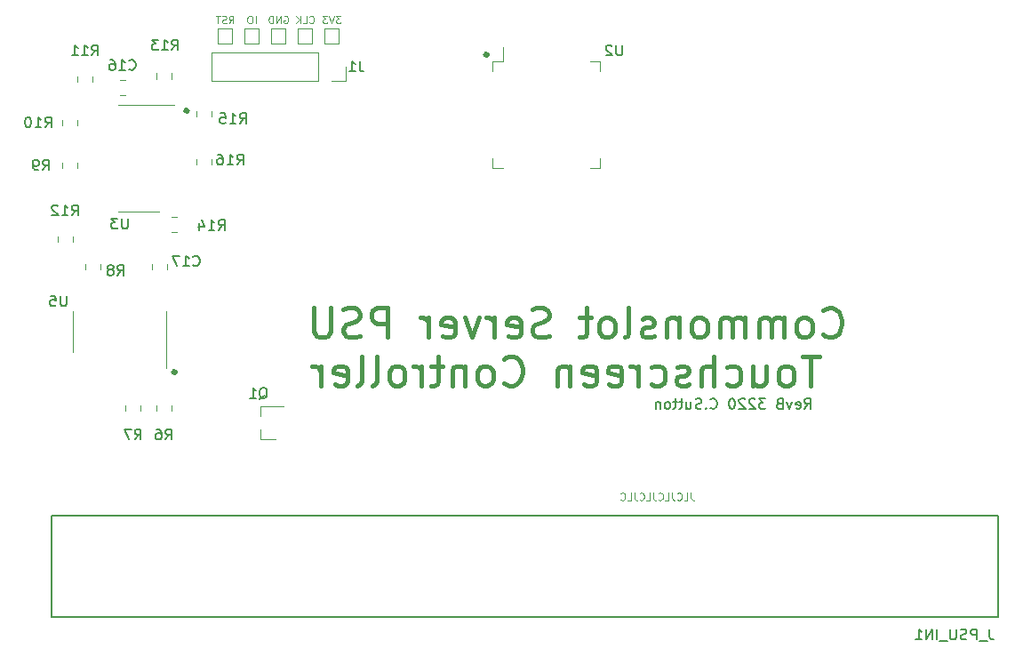
<source format=gbr>
G04 #@! TF.GenerationSoftware,KiCad,Pcbnew,5.1.6-c6e7f7d~87~ubuntu18.04.1*
G04 #@! TF.CreationDate,2020-08-09T22:57:09+01:00*
G04 #@! TF.ProjectId,ServerPSU_Breakout,53657276-6572-4505-9355-5f427265616b,B*
G04 #@! TF.SameCoordinates,Original*
G04 #@! TF.FileFunction,Legend,Bot*
G04 #@! TF.FilePolarity,Positive*
%FSLAX46Y46*%
G04 Gerber Fmt 4.6, Leading zero omitted, Abs format (unit mm)*
G04 Created by KiCad (PCBNEW 5.1.6-c6e7f7d~87~ubuntu18.04.1) date 2020-08-09 22:57:09*
%MOMM*%
%LPD*%
G01*
G04 APERTURE LIST*
%ADD10C,0.400000*%
%ADD11C,0.100000*%
%ADD12C,0.200000*%
%ADD13C,0.120000*%
%ADD14C,0.150000*%
G04 APERTURE END LIST*
D10*
X128524000Y-98806000D02*
G75*
G03*
X128524000Y-98806000I-127000J0D01*
G01*
D11*
X133606333Y-65594666D02*
X133839666Y-65261333D01*
X134006333Y-65594666D02*
X134006333Y-64894666D01*
X133739666Y-64894666D01*
X133673000Y-64928000D01*
X133639666Y-64961333D01*
X133606333Y-65028000D01*
X133606333Y-65128000D01*
X133639666Y-65194666D01*
X133673000Y-65228000D01*
X133739666Y-65261333D01*
X134006333Y-65261333D01*
X133339666Y-65561333D02*
X133239666Y-65594666D01*
X133073000Y-65594666D01*
X133006333Y-65561333D01*
X132973000Y-65528000D01*
X132939666Y-65461333D01*
X132939666Y-65394666D01*
X132973000Y-65328000D01*
X133006333Y-65294666D01*
X133073000Y-65261333D01*
X133206333Y-65228000D01*
X133273000Y-65194666D01*
X133306333Y-65161333D01*
X133339666Y-65094666D01*
X133339666Y-65028000D01*
X133306333Y-64961333D01*
X133273000Y-64928000D01*
X133206333Y-64894666D01*
X133039666Y-64894666D01*
X132939666Y-64928000D01*
X132739666Y-64894666D02*
X132339666Y-64894666D01*
X132539666Y-65594666D02*
X132539666Y-64894666D01*
X136129666Y-65594666D02*
X136129666Y-64894666D01*
X135663000Y-64894666D02*
X135529666Y-64894666D01*
X135463000Y-64928000D01*
X135396333Y-64994666D01*
X135363000Y-65128000D01*
X135363000Y-65361333D01*
X135396333Y-65494666D01*
X135463000Y-65561333D01*
X135529666Y-65594666D01*
X135663000Y-65594666D01*
X135729666Y-65561333D01*
X135796333Y-65494666D01*
X135829666Y-65361333D01*
X135829666Y-65128000D01*
X135796333Y-64994666D01*
X135729666Y-64928000D01*
X135663000Y-64894666D01*
X138836333Y-64928000D02*
X138903000Y-64894666D01*
X139003000Y-64894666D01*
X139103000Y-64928000D01*
X139169666Y-64994666D01*
X139203000Y-65061333D01*
X139236333Y-65194666D01*
X139236333Y-65294666D01*
X139203000Y-65428000D01*
X139169666Y-65494666D01*
X139103000Y-65561333D01*
X139003000Y-65594666D01*
X138936333Y-65594666D01*
X138836333Y-65561333D01*
X138803000Y-65528000D01*
X138803000Y-65294666D01*
X138936333Y-65294666D01*
X138503000Y-65594666D02*
X138503000Y-64894666D01*
X138103000Y-65594666D01*
X138103000Y-64894666D01*
X137769666Y-65594666D02*
X137769666Y-64894666D01*
X137603000Y-64894666D01*
X137503000Y-64928000D01*
X137436333Y-64994666D01*
X137403000Y-65061333D01*
X137369666Y-65194666D01*
X137369666Y-65294666D01*
X137403000Y-65428000D01*
X137436333Y-65494666D01*
X137503000Y-65561333D01*
X137603000Y-65594666D01*
X137769666Y-65594666D01*
X141259666Y-65528000D02*
X141293000Y-65561333D01*
X141393000Y-65594666D01*
X141459666Y-65594666D01*
X141559666Y-65561333D01*
X141626333Y-65494666D01*
X141659666Y-65428000D01*
X141693000Y-65294666D01*
X141693000Y-65194666D01*
X141659666Y-65061333D01*
X141626333Y-64994666D01*
X141559666Y-64928000D01*
X141459666Y-64894666D01*
X141393000Y-64894666D01*
X141293000Y-64928000D01*
X141259666Y-64961333D01*
X140626333Y-65594666D02*
X140959666Y-65594666D01*
X140959666Y-64894666D01*
X140393000Y-65594666D02*
X140393000Y-64894666D01*
X139993000Y-65594666D02*
X140293000Y-65194666D01*
X139993000Y-64894666D02*
X140393000Y-65294666D01*
X144249666Y-64894666D02*
X143816333Y-64894666D01*
X144049666Y-65161333D01*
X143949666Y-65161333D01*
X143883000Y-65194666D01*
X143849666Y-65228000D01*
X143816333Y-65294666D01*
X143816333Y-65461333D01*
X143849666Y-65528000D01*
X143883000Y-65561333D01*
X143949666Y-65594666D01*
X144149666Y-65594666D01*
X144216333Y-65561333D01*
X144249666Y-65528000D01*
X143616333Y-64894666D02*
X143383000Y-65594666D01*
X143149666Y-64894666D01*
X142983000Y-64894666D02*
X142549666Y-64894666D01*
X142783000Y-65161333D01*
X142683000Y-65161333D01*
X142616333Y-65194666D01*
X142583000Y-65228000D01*
X142549666Y-65294666D01*
X142549666Y-65461333D01*
X142583000Y-65528000D01*
X142616333Y-65561333D01*
X142683000Y-65594666D01*
X142883000Y-65594666D01*
X142949666Y-65561333D01*
X142983000Y-65528000D01*
D10*
X129667000Y-73914000D02*
G75*
G03*
X129667000Y-73914000I-127000J0D01*
G01*
X158242000Y-68580000D02*
G75*
G03*
X158242000Y-68580000I-127000J0D01*
G01*
D11*
X177604333Y-110297166D02*
X177604333Y-110797166D01*
X177637666Y-110897166D01*
X177704333Y-110963833D01*
X177804333Y-110997166D01*
X177871000Y-110997166D01*
X176937666Y-110997166D02*
X177271000Y-110997166D01*
X177271000Y-110297166D01*
X176304333Y-110930500D02*
X176337666Y-110963833D01*
X176437666Y-110997166D01*
X176504333Y-110997166D01*
X176604333Y-110963833D01*
X176671000Y-110897166D01*
X176704333Y-110830500D01*
X176737666Y-110697166D01*
X176737666Y-110597166D01*
X176704333Y-110463833D01*
X176671000Y-110397166D01*
X176604333Y-110330500D01*
X176504333Y-110297166D01*
X176437666Y-110297166D01*
X176337666Y-110330500D01*
X176304333Y-110363833D01*
X175804333Y-110297166D02*
X175804333Y-110797166D01*
X175837666Y-110897166D01*
X175904333Y-110963833D01*
X176004333Y-110997166D01*
X176071000Y-110997166D01*
X175137666Y-110997166D02*
X175471000Y-110997166D01*
X175471000Y-110297166D01*
X174504333Y-110930500D02*
X174537666Y-110963833D01*
X174637666Y-110997166D01*
X174704333Y-110997166D01*
X174804333Y-110963833D01*
X174871000Y-110897166D01*
X174904333Y-110830500D01*
X174937666Y-110697166D01*
X174937666Y-110597166D01*
X174904333Y-110463833D01*
X174871000Y-110397166D01*
X174804333Y-110330500D01*
X174704333Y-110297166D01*
X174637666Y-110297166D01*
X174537666Y-110330500D01*
X174504333Y-110363833D01*
X174004333Y-110297166D02*
X174004333Y-110797166D01*
X174037666Y-110897166D01*
X174104333Y-110963833D01*
X174204333Y-110997166D01*
X174271000Y-110997166D01*
X173337666Y-110997166D02*
X173671000Y-110997166D01*
X173671000Y-110297166D01*
X172704333Y-110930500D02*
X172737666Y-110963833D01*
X172837666Y-110997166D01*
X172904333Y-110997166D01*
X173004333Y-110963833D01*
X173071000Y-110897166D01*
X173104333Y-110830500D01*
X173137666Y-110697166D01*
X173137666Y-110597166D01*
X173104333Y-110463833D01*
X173071000Y-110397166D01*
X173004333Y-110330500D01*
X172904333Y-110297166D01*
X172837666Y-110297166D01*
X172737666Y-110330500D01*
X172704333Y-110363833D01*
X172204333Y-110297166D02*
X172204333Y-110797166D01*
X172237666Y-110897166D01*
X172304333Y-110963833D01*
X172404333Y-110997166D01*
X172471000Y-110997166D01*
X171537666Y-110997166D02*
X171871000Y-110997166D01*
X171871000Y-110297166D01*
X170904333Y-110930500D02*
X170937666Y-110963833D01*
X171037666Y-110997166D01*
X171104333Y-110997166D01*
X171204333Y-110963833D01*
X171271000Y-110897166D01*
X171304333Y-110830500D01*
X171337666Y-110697166D01*
X171337666Y-110597166D01*
X171304333Y-110463833D01*
X171271000Y-110397166D01*
X171204333Y-110330500D01*
X171104333Y-110297166D01*
X171037666Y-110297166D01*
X170937666Y-110330500D01*
X170904333Y-110363833D01*
D12*
X188419523Y-102306380D02*
X188752857Y-101830190D01*
X188990952Y-102306380D02*
X188990952Y-101306380D01*
X188610000Y-101306380D01*
X188514761Y-101354000D01*
X188467142Y-101401619D01*
X188419523Y-101496857D01*
X188419523Y-101639714D01*
X188467142Y-101734952D01*
X188514761Y-101782571D01*
X188610000Y-101830190D01*
X188990952Y-101830190D01*
X187610000Y-102258761D02*
X187705238Y-102306380D01*
X187895714Y-102306380D01*
X187990952Y-102258761D01*
X188038571Y-102163523D01*
X188038571Y-101782571D01*
X187990952Y-101687333D01*
X187895714Y-101639714D01*
X187705238Y-101639714D01*
X187610000Y-101687333D01*
X187562380Y-101782571D01*
X187562380Y-101877809D01*
X188038571Y-101973047D01*
X187229047Y-101639714D02*
X186990952Y-102306380D01*
X186752857Y-101639714D01*
X186038571Y-101782571D02*
X185895714Y-101830190D01*
X185848095Y-101877809D01*
X185800476Y-101973047D01*
X185800476Y-102115904D01*
X185848095Y-102211142D01*
X185895714Y-102258761D01*
X185990952Y-102306380D01*
X186371904Y-102306380D01*
X186371904Y-101306380D01*
X186038571Y-101306380D01*
X185943333Y-101354000D01*
X185895714Y-101401619D01*
X185848095Y-101496857D01*
X185848095Y-101592095D01*
X185895714Y-101687333D01*
X185943333Y-101734952D01*
X186038571Y-101782571D01*
X186371904Y-101782571D01*
X184705238Y-101306380D02*
X184086190Y-101306380D01*
X184419523Y-101687333D01*
X184276666Y-101687333D01*
X184181428Y-101734952D01*
X184133809Y-101782571D01*
X184086190Y-101877809D01*
X184086190Y-102115904D01*
X184133809Y-102211142D01*
X184181428Y-102258761D01*
X184276666Y-102306380D01*
X184562380Y-102306380D01*
X184657619Y-102258761D01*
X184705238Y-102211142D01*
X183705238Y-101401619D02*
X183657619Y-101354000D01*
X183562380Y-101306380D01*
X183324285Y-101306380D01*
X183229047Y-101354000D01*
X183181428Y-101401619D01*
X183133809Y-101496857D01*
X183133809Y-101592095D01*
X183181428Y-101734952D01*
X183752857Y-102306380D01*
X183133809Y-102306380D01*
X182752857Y-101401619D02*
X182705238Y-101354000D01*
X182610000Y-101306380D01*
X182371904Y-101306380D01*
X182276666Y-101354000D01*
X182229047Y-101401619D01*
X182181428Y-101496857D01*
X182181428Y-101592095D01*
X182229047Y-101734952D01*
X182800476Y-102306380D01*
X182181428Y-102306380D01*
X181562380Y-101306380D02*
X181467142Y-101306380D01*
X181371904Y-101354000D01*
X181324285Y-101401619D01*
X181276666Y-101496857D01*
X181229047Y-101687333D01*
X181229047Y-101925428D01*
X181276666Y-102115904D01*
X181324285Y-102211142D01*
X181371904Y-102258761D01*
X181467142Y-102306380D01*
X181562380Y-102306380D01*
X181657619Y-102258761D01*
X181705238Y-102211142D01*
X181752857Y-102115904D01*
X181800476Y-101925428D01*
X181800476Y-101687333D01*
X181752857Y-101496857D01*
X181705238Y-101401619D01*
X181657619Y-101354000D01*
X181562380Y-101306380D01*
X179467142Y-102211142D02*
X179514761Y-102258761D01*
X179657619Y-102306380D01*
X179752857Y-102306380D01*
X179895714Y-102258761D01*
X179990952Y-102163523D01*
X180038571Y-102068285D01*
X180086190Y-101877809D01*
X180086190Y-101734952D01*
X180038571Y-101544476D01*
X179990952Y-101449238D01*
X179895714Y-101354000D01*
X179752857Y-101306380D01*
X179657619Y-101306380D01*
X179514761Y-101354000D01*
X179467142Y-101401619D01*
X179038571Y-102211142D02*
X178990952Y-102258761D01*
X179038571Y-102306380D01*
X179086190Y-102258761D01*
X179038571Y-102211142D01*
X179038571Y-102306380D01*
X178610000Y-102258761D02*
X178467142Y-102306380D01*
X178229047Y-102306380D01*
X178133809Y-102258761D01*
X178086190Y-102211142D01*
X178038571Y-102115904D01*
X178038571Y-102020666D01*
X178086190Y-101925428D01*
X178133809Y-101877809D01*
X178229047Y-101830190D01*
X178419523Y-101782571D01*
X178514761Y-101734952D01*
X178562380Y-101687333D01*
X178610000Y-101592095D01*
X178610000Y-101496857D01*
X178562380Y-101401619D01*
X178514761Y-101354000D01*
X178419523Y-101306380D01*
X178181428Y-101306380D01*
X178038571Y-101354000D01*
X177181428Y-101639714D02*
X177181428Y-102306380D01*
X177610000Y-101639714D02*
X177610000Y-102163523D01*
X177562380Y-102258761D01*
X177467142Y-102306380D01*
X177324285Y-102306380D01*
X177229047Y-102258761D01*
X177181428Y-102211142D01*
X176848095Y-101639714D02*
X176467142Y-101639714D01*
X176705238Y-101306380D02*
X176705238Y-102163523D01*
X176657619Y-102258761D01*
X176562380Y-102306380D01*
X176467142Y-102306380D01*
X176276666Y-101639714D02*
X175895714Y-101639714D01*
X176133809Y-101306380D02*
X176133809Y-102163523D01*
X176086190Y-102258761D01*
X175990952Y-102306380D01*
X175895714Y-102306380D01*
X175419523Y-102306380D02*
X175514761Y-102258761D01*
X175562380Y-102211142D01*
X175610000Y-102115904D01*
X175610000Y-101830190D01*
X175562380Y-101734952D01*
X175514761Y-101687333D01*
X175419523Y-101639714D01*
X175276666Y-101639714D01*
X175181428Y-101687333D01*
X175133809Y-101734952D01*
X175086190Y-101830190D01*
X175086190Y-102115904D01*
X175133809Y-102211142D01*
X175181428Y-102258761D01*
X175276666Y-102306380D01*
X175419523Y-102306380D01*
X174657619Y-101639714D02*
X174657619Y-102306380D01*
X174657619Y-101734952D02*
X174610000Y-101687333D01*
X174514761Y-101639714D01*
X174371904Y-101639714D01*
X174276666Y-101687333D01*
X174229047Y-101782571D01*
X174229047Y-102306380D01*
D10*
X190204833Y-95220000D02*
X190338166Y-95353333D01*
X190738166Y-95486666D01*
X191004833Y-95486666D01*
X191404833Y-95353333D01*
X191671500Y-95086666D01*
X191804833Y-94820000D01*
X191938166Y-94286666D01*
X191938166Y-93886666D01*
X191804833Y-93353333D01*
X191671500Y-93086666D01*
X191404833Y-92820000D01*
X191004833Y-92686666D01*
X190738166Y-92686666D01*
X190338166Y-92820000D01*
X190204833Y-92953333D01*
X188604833Y-95486666D02*
X188871500Y-95353333D01*
X189004833Y-95220000D01*
X189138166Y-94953333D01*
X189138166Y-94153333D01*
X189004833Y-93886666D01*
X188871500Y-93753333D01*
X188604833Y-93620000D01*
X188204833Y-93620000D01*
X187938166Y-93753333D01*
X187804833Y-93886666D01*
X187671500Y-94153333D01*
X187671500Y-94953333D01*
X187804833Y-95220000D01*
X187938166Y-95353333D01*
X188204833Y-95486666D01*
X188604833Y-95486666D01*
X186471500Y-95486666D02*
X186471500Y-93620000D01*
X186471500Y-93886666D02*
X186338166Y-93753333D01*
X186071500Y-93620000D01*
X185671500Y-93620000D01*
X185404833Y-93753333D01*
X185271500Y-94020000D01*
X185271500Y-95486666D01*
X185271500Y-94020000D02*
X185138166Y-93753333D01*
X184871500Y-93620000D01*
X184471500Y-93620000D01*
X184204833Y-93753333D01*
X184071500Y-94020000D01*
X184071500Y-95486666D01*
X182738166Y-95486666D02*
X182738166Y-93620000D01*
X182738166Y-93886666D02*
X182604833Y-93753333D01*
X182338166Y-93620000D01*
X181938166Y-93620000D01*
X181671500Y-93753333D01*
X181538166Y-94020000D01*
X181538166Y-95486666D01*
X181538166Y-94020000D02*
X181404833Y-93753333D01*
X181138166Y-93620000D01*
X180738166Y-93620000D01*
X180471500Y-93753333D01*
X180338166Y-94020000D01*
X180338166Y-95486666D01*
X178604833Y-95486666D02*
X178871500Y-95353333D01*
X179004833Y-95220000D01*
X179138166Y-94953333D01*
X179138166Y-94153333D01*
X179004833Y-93886666D01*
X178871500Y-93753333D01*
X178604833Y-93620000D01*
X178204833Y-93620000D01*
X177938166Y-93753333D01*
X177804833Y-93886666D01*
X177671500Y-94153333D01*
X177671500Y-94953333D01*
X177804833Y-95220000D01*
X177938166Y-95353333D01*
X178204833Y-95486666D01*
X178604833Y-95486666D01*
X176471500Y-93620000D02*
X176471500Y-95486666D01*
X176471500Y-93886666D02*
X176338166Y-93753333D01*
X176071500Y-93620000D01*
X175671500Y-93620000D01*
X175404833Y-93753333D01*
X175271500Y-94020000D01*
X175271500Y-95486666D01*
X174071500Y-95353333D02*
X173804833Y-95486666D01*
X173271500Y-95486666D01*
X173004833Y-95353333D01*
X172871500Y-95086666D01*
X172871500Y-94953333D01*
X173004833Y-94686666D01*
X173271500Y-94553333D01*
X173671500Y-94553333D01*
X173938166Y-94420000D01*
X174071500Y-94153333D01*
X174071500Y-94020000D01*
X173938166Y-93753333D01*
X173671500Y-93620000D01*
X173271500Y-93620000D01*
X173004833Y-93753333D01*
X171271500Y-95486666D02*
X171538166Y-95353333D01*
X171671500Y-95086666D01*
X171671500Y-92686666D01*
X169804833Y-95486666D02*
X170071500Y-95353333D01*
X170204833Y-95220000D01*
X170338166Y-94953333D01*
X170338166Y-94153333D01*
X170204833Y-93886666D01*
X170071500Y-93753333D01*
X169804833Y-93620000D01*
X169404833Y-93620000D01*
X169138166Y-93753333D01*
X169004833Y-93886666D01*
X168871500Y-94153333D01*
X168871500Y-94953333D01*
X169004833Y-95220000D01*
X169138166Y-95353333D01*
X169404833Y-95486666D01*
X169804833Y-95486666D01*
X168071500Y-93620000D02*
X167004833Y-93620000D01*
X167671500Y-92686666D02*
X167671500Y-95086666D01*
X167538166Y-95353333D01*
X167271500Y-95486666D01*
X167004833Y-95486666D01*
X164071500Y-95353333D02*
X163671500Y-95486666D01*
X163004833Y-95486666D01*
X162738166Y-95353333D01*
X162604833Y-95220000D01*
X162471500Y-94953333D01*
X162471500Y-94686666D01*
X162604833Y-94420000D01*
X162738166Y-94286666D01*
X163004833Y-94153333D01*
X163538166Y-94020000D01*
X163804833Y-93886666D01*
X163938166Y-93753333D01*
X164071500Y-93486666D01*
X164071500Y-93220000D01*
X163938166Y-92953333D01*
X163804833Y-92820000D01*
X163538166Y-92686666D01*
X162871500Y-92686666D01*
X162471500Y-92820000D01*
X160204833Y-95353333D02*
X160471500Y-95486666D01*
X161004833Y-95486666D01*
X161271500Y-95353333D01*
X161404833Y-95086666D01*
X161404833Y-94020000D01*
X161271500Y-93753333D01*
X161004833Y-93620000D01*
X160471500Y-93620000D01*
X160204833Y-93753333D01*
X160071500Y-94020000D01*
X160071500Y-94286666D01*
X161404833Y-94553333D01*
X158871500Y-95486666D02*
X158871500Y-93620000D01*
X158871500Y-94153333D02*
X158738166Y-93886666D01*
X158604833Y-93753333D01*
X158338166Y-93620000D01*
X158071500Y-93620000D01*
X157404833Y-93620000D02*
X156738166Y-95486666D01*
X156071500Y-93620000D01*
X153938166Y-95353333D02*
X154204833Y-95486666D01*
X154738166Y-95486666D01*
X155004833Y-95353333D01*
X155138166Y-95086666D01*
X155138166Y-94020000D01*
X155004833Y-93753333D01*
X154738166Y-93620000D01*
X154204833Y-93620000D01*
X153938166Y-93753333D01*
X153804833Y-94020000D01*
X153804833Y-94286666D01*
X155138166Y-94553333D01*
X152604833Y-95486666D02*
X152604833Y-93620000D01*
X152604833Y-94153333D02*
X152471500Y-93886666D01*
X152338166Y-93753333D01*
X152071500Y-93620000D01*
X151804833Y-93620000D01*
X148738166Y-95486666D02*
X148738166Y-92686666D01*
X147671500Y-92686666D01*
X147404833Y-92820000D01*
X147271500Y-92953333D01*
X147138166Y-93220000D01*
X147138166Y-93620000D01*
X147271500Y-93886666D01*
X147404833Y-94020000D01*
X147671500Y-94153333D01*
X148738166Y-94153333D01*
X146071500Y-95353333D02*
X145671500Y-95486666D01*
X145004833Y-95486666D01*
X144738166Y-95353333D01*
X144604833Y-95220000D01*
X144471500Y-94953333D01*
X144471500Y-94686666D01*
X144604833Y-94420000D01*
X144738166Y-94286666D01*
X145004833Y-94153333D01*
X145538166Y-94020000D01*
X145804833Y-93886666D01*
X145938166Y-93753333D01*
X146071500Y-93486666D01*
X146071500Y-93220000D01*
X145938166Y-92953333D01*
X145804833Y-92820000D01*
X145538166Y-92686666D01*
X144871500Y-92686666D01*
X144471500Y-92820000D01*
X143271500Y-92686666D02*
X143271500Y-94953333D01*
X143138166Y-95220000D01*
X143004833Y-95353333D01*
X142738166Y-95486666D01*
X142204833Y-95486666D01*
X141938166Y-95353333D01*
X141804833Y-95220000D01*
X141671500Y-94953333D01*
X141671500Y-92686666D01*
X189804833Y-97286666D02*
X188204833Y-97286666D01*
X189004833Y-100086666D02*
X189004833Y-97286666D01*
X186871500Y-100086666D02*
X187138166Y-99953333D01*
X187271500Y-99820000D01*
X187404833Y-99553333D01*
X187404833Y-98753333D01*
X187271500Y-98486666D01*
X187138166Y-98353333D01*
X186871500Y-98220000D01*
X186471500Y-98220000D01*
X186204833Y-98353333D01*
X186071500Y-98486666D01*
X185938166Y-98753333D01*
X185938166Y-99553333D01*
X186071500Y-99820000D01*
X186204833Y-99953333D01*
X186471500Y-100086666D01*
X186871500Y-100086666D01*
X183538166Y-98220000D02*
X183538166Y-100086666D01*
X184738166Y-98220000D02*
X184738166Y-99686666D01*
X184604833Y-99953333D01*
X184338166Y-100086666D01*
X183938166Y-100086666D01*
X183671500Y-99953333D01*
X183538166Y-99820000D01*
X181004833Y-99953333D02*
X181271500Y-100086666D01*
X181804833Y-100086666D01*
X182071500Y-99953333D01*
X182204833Y-99820000D01*
X182338166Y-99553333D01*
X182338166Y-98753333D01*
X182204833Y-98486666D01*
X182071500Y-98353333D01*
X181804833Y-98220000D01*
X181271500Y-98220000D01*
X181004833Y-98353333D01*
X179804833Y-100086666D02*
X179804833Y-97286666D01*
X178604833Y-100086666D02*
X178604833Y-98620000D01*
X178738166Y-98353333D01*
X179004833Y-98220000D01*
X179404833Y-98220000D01*
X179671500Y-98353333D01*
X179804833Y-98486666D01*
X177404833Y-99953333D02*
X177138166Y-100086666D01*
X176604833Y-100086666D01*
X176338166Y-99953333D01*
X176204833Y-99686666D01*
X176204833Y-99553333D01*
X176338166Y-99286666D01*
X176604833Y-99153333D01*
X177004833Y-99153333D01*
X177271500Y-99020000D01*
X177404833Y-98753333D01*
X177404833Y-98620000D01*
X177271500Y-98353333D01*
X177004833Y-98220000D01*
X176604833Y-98220000D01*
X176338166Y-98353333D01*
X173804833Y-99953333D02*
X174071500Y-100086666D01*
X174604833Y-100086666D01*
X174871500Y-99953333D01*
X175004833Y-99820000D01*
X175138166Y-99553333D01*
X175138166Y-98753333D01*
X175004833Y-98486666D01*
X174871500Y-98353333D01*
X174604833Y-98220000D01*
X174071500Y-98220000D01*
X173804833Y-98353333D01*
X172604833Y-100086666D02*
X172604833Y-98220000D01*
X172604833Y-98753333D02*
X172471500Y-98486666D01*
X172338166Y-98353333D01*
X172071500Y-98220000D01*
X171804833Y-98220000D01*
X169804833Y-99953333D02*
X170071500Y-100086666D01*
X170604833Y-100086666D01*
X170871500Y-99953333D01*
X171004833Y-99686666D01*
X171004833Y-98620000D01*
X170871500Y-98353333D01*
X170604833Y-98220000D01*
X170071500Y-98220000D01*
X169804833Y-98353333D01*
X169671500Y-98620000D01*
X169671500Y-98886666D01*
X171004833Y-99153333D01*
X167404833Y-99953333D02*
X167671500Y-100086666D01*
X168204833Y-100086666D01*
X168471500Y-99953333D01*
X168604833Y-99686666D01*
X168604833Y-98620000D01*
X168471500Y-98353333D01*
X168204833Y-98220000D01*
X167671500Y-98220000D01*
X167404833Y-98353333D01*
X167271500Y-98620000D01*
X167271500Y-98886666D01*
X168604833Y-99153333D01*
X166071500Y-98220000D02*
X166071500Y-100086666D01*
X166071500Y-98486666D02*
X165938166Y-98353333D01*
X165671500Y-98220000D01*
X165271500Y-98220000D01*
X165004833Y-98353333D01*
X164871500Y-98620000D01*
X164871500Y-100086666D01*
X159804833Y-99820000D02*
X159938166Y-99953333D01*
X160338166Y-100086666D01*
X160604833Y-100086666D01*
X161004833Y-99953333D01*
X161271500Y-99686666D01*
X161404833Y-99420000D01*
X161538166Y-98886666D01*
X161538166Y-98486666D01*
X161404833Y-97953333D01*
X161271500Y-97686666D01*
X161004833Y-97420000D01*
X160604833Y-97286666D01*
X160338166Y-97286666D01*
X159938166Y-97420000D01*
X159804833Y-97553333D01*
X158204833Y-100086666D02*
X158471500Y-99953333D01*
X158604833Y-99820000D01*
X158738166Y-99553333D01*
X158738166Y-98753333D01*
X158604833Y-98486666D01*
X158471500Y-98353333D01*
X158204833Y-98220000D01*
X157804833Y-98220000D01*
X157538166Y-98353333D01*
X157404833Y-98486666D01*
X157271500Y-98753333D01*
X157271500Y-99553333D01*
X157404833Y-99820000D01*
X157538166Y-99953333D01*
X157804833Y-100086666D01*
X158204833Y-100086666D01*
X156071500Y-98220000D02*
X156071500Y-100086666D01*
X156071500Y-98486666D02*
X155938166Y-98353333D01*
X155671500Y-98220000D01*
X155271500Y-98220000D01*
X155004833Y-98353333D01*
X154871500Y-98620000D01*
X154871500Y-100086666D01*
X153938166Y-98220000D02*
X152871500Y-98220000D01*
X153538166Y-97286666D02*
X153538166Y-99686666D01*
X153404833Y-99953333D01*
X153138166Y-100086666D01*
X152871500Y-100086666D01*
X151938166Y-100086666D02*
X151938166Y-98220000D01*
X151938166Y-98753333D02*
X151804833Y-98486666D01*
X151671500Y-98353333D01*
X151404833Y-98220000D01*
X151138166Y-98220000D01*
X149804833Y-100086666D02*
X150071500Y-99953333D01*
X150204833Y-99820000D01*
X150338166Y-99553333D01*
X150338166Y-98753333D01*
X150204833Y-98486666D01*
X150071500Y-98353333D01*
X149804833Y-98220000D01*
X149404833Y-98220000D01*
X149138166Y-98353333D01*
X149004833Y-98486666D01*
X148871500Y-98753333D01*
X148871500Y-99553333D01*
X149004833Y-99820000D01*
X149138166Y-99953333D01*
X149404833Y-100086666D01*
X149804833Y-100086666D01*
X147271500Y-100086666D02*
X147538166Y-99953333D01*
X147671500Y-99686666D01*
X147671500Y-97286666D01*
X145804833Y-100086666D02*
X146071500Y-99953333D01*
X146204833Y-99686666D01*
X146204833Y-97286666D01*
X143671500Y-99953333D02*
X143938166Y-100086666D01*
X144471500Y-100086666D01*
X144738166Y-99953333D01*
X144871500Y-99686666D01*
X144871500Y-98620000D01*
X144738166Y-98353333D01*
X144471500Y-98220000D01*
X143938166Y-98220000D01*
X143671500Y-98353333D01*
X143538166Y-98620000D01*
X143538166Y-98886666D01*
X144871500Y-99153333D01*
X142338166Y-100086666D02*
X142338166Y-98220000D01*
X142338166Y-98753333D02*
X142204833Y-98486666D01*
X142071500Y-98353333D01*
X141804833Y-98220000D01*
X141538166Y-98220000D01*
D13*
X144713000Y-71053000D02*
X144713000Y-69723000D01*
X143383000Y-71053000D02*
X144713000Y-71053000D01*
X142113000Y-71053000D02*
X142113000Y-68393000D01*
X142113000Y-68393000D02*
X131893000Y-68393000D01*
X142113000Y-71053000D02*
X131893000Y-71053000D01*
X131893000Y-71053000D02*
X131893000Y-68393000D01*
X118755000Y-94932500D02*
X118755000Y-92982500D01*
X118755000Y-94932500D02*
X118755000Y-96882500D01*
X127625000Y-94932500D02*
X127625000Y-92982500D01*
X127625000Y-94932500D02*
X127625000Y-98382500D01*
X127710000Y-89034252D02*
X127710000Y-88511748D01*
X126290000Y-89034252D02*
X126290000Y-88511748D01*
X123705252Y-70981500D02*
X123182748Y-70981500D01*
X123705252Y-72401500D02*
X123182748Y-72401500D01*
X124968000Y-73362500D02*
X128418000Y-73362500D01*
X124968000Y-73362500D02*
X123018000Y-73362500D01*
X124968000Y-83482500D02*
X126918000Y-83482500D01*
X124968000Y-83482500D02*
X123018000Y-83482500D01*
X135063000Y-67502000D02*
X136463000Y-67502000D01*
X135063000Y-66102000D02*
X135063000Y-67502000D01*
X136463000Y-66102000D02*
X135063000Y-66102000D01*
X136463000Y-67502000D02*
X136463000Y-66102000D01*
X140143000Y-67502000D02*
X141543000Y-67502000D01*
X140143000Y-66102000D02*
X140143000Y-67502000D01*
X141543000Y-66102000D02*
X140143000Y-66102000D01*
X141543000Y-67502000D02*
X141543000Y-66102000D01*
X132523000Y-66102000D02*
X132523000Y-67502000D01*
X133923000Y-66102000D02*
X132523000Y-66102000D01*
X133923000Y-67502000D02*
X133923000Y-66102000D01*
X132523000Y-67502000D02*
X133923000Y-67502000D01*
X137603000Y-67502000D02*
X139003000Y-67502000D01*
X137603000Y-66102000D02*
X137603000Y-67502000D01*
X139003000Y-66102000D02*
X137603000Y-66102000D01*
X139003000Y-67502000D02*
X139003000Y-66102000D01*
X142683000Y-67502000D02*
X144083000Y-67502000D01*
X142683000Y-66102000D02*
X142683000Y-67502000D01*
X144083000Y-66102000D02*
X142683000Y-66102000D01*
X144083000Y-67502000D02*
X144083000Y-66102000D01*
X131901000Y-78542248D02*
X131901000Y-79064752D01*
X130481000Y-78542248D02*
X130481000Y-79064752D01*
X130481000Y-74492752D02*
X130481000Y-73970248D01*
X131901000Y-74492752D02*
X131901000Y-73970248D01*
X128658252Y-85482500D02*
X128135748Y-85482500D01*
X128658252Y-84062500D02*
X128135748Y-84062500D01*
X126671000Y-70873252D02*
X126671000Y-70350748D01*
X128091000Y-70873252D02*
X128091000Y-70350748D01*
X118693000Y-85908248D02*
X118693000Y-86430752D01*
X117273000Y-85908248D02*
X117273000Y-86430752D01*
X119178000Y-71190752D02*
X119178000Y-70668248D01*
X120598000Y-71190752D02*
X120598000Y-70668248D01*
X117717500Y-75318252D02*
X117717500Y-74795748D01*
X119137500Y-75318252D02*
X119137500Y-74795748D01*
X119137500Y-78859748D02*
X119137500Y-79382252D01*
X117717500Y-78859748D02*
X117717500Y-79382252D01*
X121360000Y-88511748D02*
X121360000Y-89034252D01*
X119940000Y-88511748D02*
X119940000Y-89034252D01*
X123750000Y-102496252D02*
X123750000Y-101973748D01*
X125170000Y-102496252D02*
X125170000Y-101973748D01*
X126671000Y-102496252D02*
X126671000Y-101973748D01*
X128091000Y-102496252D02*
X128091000Y-101973748D01*
X159670000Y-69185000D02*
X159670000Y-67845000D01*
X158720000Y-69185000D02*
X159670000Y-69185000D01*
X158720000Y-70135000D02*
X158720000Y-69185000D01*
X158720000Y-79405000D02*
X159670000Y-79405000D01*
X158720000Y-78455000D02*
X158720000Y-79405000D01*
X168940000Y-69185000D02*
X167990000Y-69185000D01*
X168940000Y-70135000D02*
X168940000Y-69185000D01*
X168940000Y-79405000D02*
X167990000Y-79405000D01*
X168940000Y-78455000D02*
X168940000Y-79405000D01*
X136590500Y-105212000D02*
X138050500Y-105212000D01*
X136590500Y-102052000D02*
X138750500Y-102052000D01*
X136590500Y-102052000D02*
X136590500Y-102982000D01*
X136590500Y-105212000D02*
X136590500Y-104282000D01*
D14*
X116713000Y-112458500D02*
X206883000Y-112458500D01*
X116713000Y-122110500D02*
X116713000Y-112458500D01*
X206883000Y-122110500D02*
X116713000Y-122110500D01*
X206883000Y-112458500D02*
X206883000Y-122110500D01*
X146046333Y-69175380D02*
X146046333Y-69889666D01*
X146093952Y-70032523D01*
X146189190Y-70127761D01*
X146332047Y-70175380D01*
X146427285Y-70175380D01*
X145046333Y-70175380D02*
X145617761Y-70175380D01*
X145332047Y-70175380D02*
X145332047Y-69175380D01*
X145427285Y-69318238D01*
X145522523Y-69413476D01*
X145617761Y-69461095D01*
X118109904Y-91527380D02*
X118109904Y-92336904D01*
X118062285Y-92432142D01*
X118014666Y-92479761D01*
X117919428Y-92527380D01*
X117728952Y-92527380D01*
X117633714Y-92479761D01*
X117586095Y-92432142D01*
X117538476Y-92336904D01*
X117538476Y-91527380D01*
X116586095Y-91527380D02*
X117062285Y-91527380D01*
X117109904Y-92003571D01*
X117062285Y-91955952D01*
X116967047Y-91908333D01*
X116728952Y-91908333D01*
X116633714Y-91955952D01*
X116586095Y-92003571D01*
X116538476Y-92098809D01*
X116538476Y-92336904D01*
X116586095Y-92432142D01*
X116633714Y-92479761D01*
X116728952Y-92527380D01*
X116967047Y-92527380D01*
X117062285Y-92479761D01*
X117109904Y-92432142D01*
X130182857Y-88622142D02*
X130230476Y-88669761D01*
X130373333Y-88717380D01*
X130468571Y-88717380D01*
X130611428Y-88669761D01*
X130706666Y-88574523D01*
X130754285Y-88479285D01*
X130801904Y-88288809D01*
X130801904Y-88145952D01*
X130754285Y-87955476D01*
X130706666Y-87860238D01*
X130611428Y-87765000D01*
X130468571Y-87717380D01*
X130373333Y-87717380D01*
X130230476Y-87765000D01*
X130182857Y-87812619D01*
X129230476Y-88717380D02*
X129801904Y-88717380D01*
X129516190Y-88717380D02*
X129516190Y-87717380D01*
X129611428Y-87860238D01*
X129706666Y-87955476D01*
X129801904Y-88003095D01*
X128897142Y-87717380D02*
X128230476Y-87717380D01*
X128659047Y-88717380D01*
X124086857Y-69953142D02*
X124134476Y-70000761D01*
X124277333Y-70048380D01*
X124372571Y-70048380D01*
X124515428Y-70000761D01*
X124610666Y-69905523D01*
X124658285Y-69810285D01*
X124705904Y-69619809D01*
X124705904Y-69476952D01*
X124658285Y-69286476D01*
X124610666Y-69191238D01*
X124515428Y-69096000D01*
X124372571Y-69048380D01*
X124277333Y-69048380D01*
X124134476Y-69096000D01*
X124086857Y-69143619D01*
X123134476Y-70048380D02*
X123705904Y-70048380D01*
X123420190Y-70048380D02*
X123420190Y-69048380D01*
X123515428Y-69191238D01*
X123610666Y-69286476D01*
X123705904Y-69334095D01*
X122277333Y-69048380D02*
X122467809Y-69048380D01*
X122563047Y-69096000D01*
X122610666Y-69143619D01*
X122705904Y-69286476D01*
X122753523Y-69476952D01*
X122753523Y-69857904D01*
X122705904Y-69953142D01*
X122658285Y-70000761D01*
X122563047Y-70048380D01*
X122372571Y-70048380D01*
X122277333Y-70000761D01*
X122229714Y-69953142D01*
X122182095Y-69857904D01*
X122182095Y-69619809D01*
X122229714Y-69524571D01*
X122277333Y-69476952D01*
X122372571Y-69429333D01*
X122563047Y-69429333D01*
X122658285Y-69476952D01*
X122705904Y-69524571D01*
X122753523Y-69619809D01*
X123951904Y-84161380D02*
X123951904Y-84970904D01*
X123904285Y-85066142D01*
X123856666Y-85113761D01*
X123761428Y-85161380D01*
X123570952Y-85161380D01*
X123475714Y-85113761D01*
X123428095Y-85066142D01*
X123380476Y-84970904D01*
X123380476Y-84161380D01*
X122999523Y-84161380D02*
X122380476Y-84161380D01*
X122713809Y-84542333D01*
X122570952Y-84542333D01*
X122475714Y-84589952D01*
X122428095Y-84637571D01*
X122380476Y-84732809D01*
X122380476Y-84970904D01*
X122428095Y-85066142D01*
X122475714Y-85113761D01*
X122570952Y-85161380D01*
X122856666Y-85161380D01*
X122951904Y-85113761D01*
X122999523Y-85066142D01*
X134373857Y-79065380D02*
X134707190Y-78589190D01*
X134945285Y-79065380D02*
X134945285Y-78065380D01*
X134564333Y-78065380D01*
X134469095Y-78113000D01*
X134421476Y-78160619D01*
X134373857Y-78255857D01*
X134373857Y-78398714D01*
X134421476Y-78493952D01*
X134469095Y-78541571D01*
X134564333Y-78589190D01*
X134945285Y-78589190D01*
X133421476Y-79065380D02*
X133992904Y-79065380D01*
X133707190Y-79065380D02*
X133707190Y-78065380D01*
X133802428Y-78208238D01*
X133897666Y-78303476D01*
X133992904Y-78351095D01*
X132564333Y-78065380D02*
X132754809Y-78065380D01*
X132850047Y-78113000D01*
X132897666Y-78160619D01*
X132992904Y-78303476D01*
X133040523Y-78493952D01*
X133040523Y-78874904D01*
X132992904Y-78970142D01*
X132945285Y-79017761D01*
X132850047Y-79065380D01*
X132659571Y-79065380D01*
X132564333Y-79017761D01*
X132516714Y-78970142D01*
X132469095Y-78874904D01*
X132469095Y-78636809D01*
X132516714Y-78541571D01*
X132564333Y-78493952D01*
X132659571Y-78446333D01*
X132850047Y-78446333D01*
X132945285Y-78493952D01*
X132992904Y-78541571D01*
X133040523Y-78636809D01*
X134627857Y-75128380D02*
X134961190Y-74652190D01*
X135199285Y-75128380D02*
X135199285Y-74128380D01*
X134818333Y-74128380D01*
X134723095Y-74176000D01*
X134675476Y-74223619D01*
X134627857Y-74318857D01*
X134627857Y-74461714D01*
X134675476Y-74556952D01*
X134723095Y-74604571D01*
X134818333Y-74652190D01*
X135199285Y-74652190D01*
X133675476Y-75128380D02*
X134246904Y-75128380D01*
X133961190Y-75128380D02*
X133961190Y-74128380D01*
X134056428Y-74271238D01*
X134151666Y-74366476D01*
X134246904Y-74414095D01*
X132770714Y-74128380D02*
X133246904Y-74128380D01*
X133294523Y-74604571D01*
X133246904Y-74556952D01*
X133151666Y-74509333D01*
X132913571Y-74509333D01*
X132818333Y-74556952D01*
X132770714Y-74604571D01*
X132723095Y-74699809D01*
X132723095Y-74937904D01*
X132770714Y-75033142D01*
X132818333Y-75080761D01*
X132913571Y-75128380D01*
X133151666Y-75128380D01*
X133246904Y-75080761D01*
X133294523Y-75033142D01*
X132595857Y-85288380D02*
X132929190Y-84812190D01*
X133167285Y-85288380D02*
X133167285Y-84288380D01*
X132786333Y-84288380D01*
X132691095Y-84336000D01*
X132643476Y-84383619D01*
X132595857Y-84478857D01*
X132595857Y-84621714D01*
X132643476Y-84716952D01*
X132691095Y-84764571D01*
X132786333Y-84812190D01*
X133167285Y-84812190D01*
X131643476Y-85288380D02*
X132214904Y-85288380D01*
X131929190Y-85288380D02*
X131929190Y-84288380D01*
X132024428Y-84431238D01*
X132119666Y-84526476D01*
X132214904Y-84574095D01*
X130786333Y-84621714D02*
X130786333Y-85288380D01*
X131024428Y-84240761D02*
X131262523Y-84955047D01*
X130643476Y-84955047D01*
X128150857Y-68143380D02*
X128484190Y-67667190D01*
X128722285Y-68143380D02*
X128722285Y-67143380D01*
X128341333Y-67143380D01*
X128246095Y-67191000D01*
X128198476Y-67238619D01*
X128150857Y-67333857D01*
X128150857Y-67476714D01*
X128198476Y-67571952D01*
X128246095Y-67619571D01*
X128341333Y-67667190D01*
X128722285Y-67667190D01*
X127198476Y-68143380D02*
X127769904Y-68143380D01*
X127484190Y-68143380D02*
X127484190Y-67143380D01*
X127579428Y-67286238D01*
X127674666Y-67381476D01*
X127769904Y-67429095D01*
X126865142Y-67143380D02*
X126246095Y-67143380D01*
X126579428Y-67524333D01*
X126436571Y-67524333D01*
X126341333Y-67571952D01*
X126293714Y-67619571D01*
X126246095Y-67714809D01*
X126246095Y-67952904D01*
X126293714Y-68048142D01*
X126341333Y-68095761D01*
X126436571Y-68143380D01*
X126722285Y-68143380D01*
X126817523Y-68095761D01*
X126865142Y-68048142D01*
X118625857Y-83891380D02*
X118959190Y-83415190D01*
X119197285Y-83891380D02*
X119197285Y-82891380D01*
X118816333Y-82891380D01*
X118721095Y-82939000D01*
X118673476Y-82986619D01*
X118625857Y-83081857D01*
X118625857Y-83224714D01*
X118673476Y-83319952D01*
X118721095Y-83367571D01*
X118816333Y-83415190D01*
X119197285Y-83415190D01*
X117673476Y-83891380D02*
X118244904Y-83891380D01*
X117959190Y-83891380D02*
X117959190Y-82891380D01*
X118054428Y-83034238D01*
X118149666Y-83129476D01*
X118244904Y-83177095D01*
X117292523Y-82986619D02*
X117244904Y-82939000D01*
X117149666Y-82891380D01*
X116911571Y-82891380D01*
X116816333Y-82939000D01*
X116768714Y-82986619D01*
X116721095Y-83081857D01*
X116721095Y-83177095D01*
X116768714Y-83319952D01*
X117340142Y-83891380D01*
X116721095Y-83891380D01*
X120530857Y-68651380D02*
X120864190Y-68175190D01*
X121102285Y-68651380D02*
X121102285Y-67651380D01*
X120721333Y-67651380D01*
X120626095Y-67699000D01*
X120578476Y-67746619D01*
X120530857Y-67841857D01*
X120530857Y-67984714D01*
X120578476Y-68079952D01*
X120626095Y-68127571D01*
X120721333Y-68175190D01*
X121102285Y-68175190D01*
X119578476Y-68651380D02*
X120149904Y-68651380D01*
X119864190Y-68651380D02*
X119864190Y-67651380D01*
X119959428Y-67794238D01*
X120054666Y-67889476D01*
X120149904Y-67937095D01*
X118626095Y-68651380D02*
X119197523Y-68651380D01*
X118911809Y-68651380D02*
X118911809Y-67651380D01*
X119007047Y-67794238D01*
X119102285Y-67889476D01*
X119197523Y-67937095D01*
X116085857Y-75509380D02*
X116419190Y-75033190D01*
X116657285Y-75509380D02*
X116657285Y-74509380D01*
X116276333Y-74509380D01*
X116181095Y-74557000D01*
X116133476Y-74604619D01*
X116085857Y-74699857D01*
X116085857Y-74842714D01*
X116133476Y-74937952D01*
X116181095Y-74985571D01*
X116276333Y-75033190D01*
X116657285Y-75033190D01*
X115133476Y-75509380D02*
X115704904Y-75509380D01*
X115419190Y-75509380D02*
X115419190Y-74509380D01*
X115514428Y-74652238D01*
X115609666Y-74747476D01*
X115704904Y-74795095D01*
X114514428Y-74509380D02*
X114419190Y-74509380D01*
X114323952Y-74557000D01*
X114276333Y-74604619D01*
X114228714Y-74699857D01*
X114181095Y-74890333D01*
X114181095Y-75128428D01*
X114228714Y-75318904D01*
X114276333Y-75414142D01*
X114323952Y-75461761D01*
X114419190Y-75509380D01*
X114514428Y-75509380D01*
X114609666Y-75461761D01*
X114657285Y-75414142D01*
X114704904Y-75318904D01*
X114752523Y-75128428D01*
X114752523Y-74890333D01*
X114704904Y-74699857D01*
X114657285Y-74604619D01*
X114609666Y-74557000D01*
X114514428Y-74509380D01*
X115863666Y-79573380D02*
X116197000Y-79097190D01*
X116435095Y-79573380D02*
X116435095Y-78573380D01*
X116054142Y-78573380D01*
X115958904Y-78621000D01*
X115911285Y-78668619D01*
X115863666Y-78763857D01*
X115863666Y-78906714D01*
X115911285Y-79001952D01*
X115958904Y-79049571D01*
X116054142Y-79097190D01*
X116435095Y-79097190D01*
X115387476Y-79573380D02*
X115197000Y-79573380D01*
X115101761Y-79525761D01*
X115054142Y-79478142D01*
X114958904Y-79335285D01*
X114911285Y-79144809D01*
X114911285Y-78763857D01*
X114958904Y-78668619D01*
X115006523Y-78621000D01*
X115101761Y-78573380D01*
X115292238Y-78573380D01*
X115387476Y-78621000D01*
X115435095Y-78668619D01*
X115482714Y-78763857D01*
X115482714Y-79001952D01*
X115435095Y-79097190D01*
X115387476Y-79144809D01*
X115292238Y-79192428D01*
X115101761Y-79192428D01*
X115006523Y-79144809D01*
X114958904Y-79097190D01*
X114911285Y-79001952D01*
X122975666Y-89606380D02*
X123309000Y-89130190D01*
X123547095Y-89606380D02*
X123547095Y-88606380D01*
X123166142Y-88606380D01*
X123070904Y-88654000D01*
X123023285Y-88701619D01*
X122975666Y-88796857D01*
X122975666Y-88939714D01*
X123023285Y-89034952D01*
X123070904Y-89082571D01*
X123166142Y-89130190D01*
X123547095Y-89130190D01*
X122404238Y-89034952D02*
X122499476Y-88987333D01*
X122547095Y-88939714D01*
X122594714Y-88844476D01*
X122594714Y-88796857D01*
X122547095Y-88701619D01*
X122499476Y-88654000D01*
X122404238Y-88606380D01*
X122213761Y-88606380D01*
X122118523Y-88654000D01*
X122070904Y-88701619D01*
X122023285Y-88796857D01*
X122023285Y-88844476D01*
X122070904Y-88939714D01*
X122118523Y-88987333D01*
X122213761Y-89034952D01*
X122404238Y-89034952D01*
X122499476Y-89082571D01*
X122547095Y-89130190D01*
X122594714Y-89225428D01*
X122594714Y-89415904D01*
X122547095Y-89511142D01*
X122499476Y-89558761D01*
X122404238Y-89606380D01*
X122213761Y-89606380D01*
X122118523Y-89558761D01*
X122070904Y-89511142D01*
X122023285Y-89415904D01*
X122023285Y-89225428D01*
X122070904Y-89130190D01*
X122118523Y-89082571D01*
X122213761Y-89034952D01*
X124626666Y-105227380D02*
X124960000Y-104751190D01*
X125198095Y-105227380D02*
X125198095Y-104227380D01*
X124817142Y-104227380D01*
X124721904Y-104275000D01*
X124674285Y-104322619D01*
X124626666Y-104417857D01*
X124626666Y-104560714D01*
X124674285Y-104655952D01*
X124721904Y-104703571D01*
X124817142Y-104751190D01*
X125198095Y-104751190D01*
X124293333Y-104227380D02*
X123626666Y-104227380D01*
X124055238Y-105227380D01*
X127547666Y-105227380D02*
X127881000Y-104751190D01*
X128119095Y-105227380D02*
X128119095Y-104227380D01*
X127738142Y-104227380D01*
X127642904Y-104275000D01*
X127595285Y-104322619D01*
X127547666Y-104417857D01*
X127547666Y-104560714D01*
X127595285Y-104655952D01*
X127642904Y-104703571D01*
X127738142Y-104751190D01*
X128119095Y-104751190D01*
X126690523Y-104227380D02*
X126881000Y-104227380D01*
X126976238Y-104275000D01*
X127023857Y-104322619D01*
X127119095Y-104465476D01*
X127166714Y-104655952D01*
X127166714Y-105036904D01*
X127119095Y-105132142D01*
X127071476Y-105179761D01*
X126976238Y-105227380D01*
X126785761Y-105227380D01*
X126690523Y-105179761D01*
X126642904Y-105132142D01*
X126595285Y-105036904D01*
X126595285Y-104798809D01*
X126642904Y-104703571D01*
X126690523Y-104655952D01*
X126785761Y-104608333D01*
X126976238Y-104608333D01*
X127071476Y-104655952D01*
X127119095Y-104703571D01*
X127166714Y-104798809D01*
X171068904Y-67651380D02*
X171068904Y-68460904D01*
X171021285Y-68556142D01*
X170973666Y-68603761D01*
X170878428Y-68651380D01*
X170687952Y-68651380D01*
X170592714Y-68603761D01*
X170545095Y-68556142D01*
X170497476Y-68460904D01*
X170497476Y-67651380D01*
X170068904Y-67746619D02*
X170021285Y-67699000D01*
X169926047Y-67651380D01*
X169687952Y-67651380D01*
X169592714Y-67699000D01*
X169545095Y-67746619D01*
X169497476Y-67841857D01*
X169497476Y-67937095D01*
X169545095Y-68079952D01*
X170116523Y-68651380D01*
X169497476Y-68651380D01*
X136493238Y-101385619D02*
X136588476Y-101338000D01*
X136683714Y-101242761D01*
X136826571Y-101099904D01*
X136921809Y-101052285D01*
X137017047Y-101052285D01*
X136969428Y-101290380D02*
X137064666Y-101242761D01*
X137159904Y-101147523D01*
X137207523Y-100957047D01*
X137207523Y-100623714D01*
X137159904Y-100433238D01*
X137064666Y-100338000D01*
X136969428Y-100290380D01*
X136778952Y-100290380D01*
X136683714Y-100338000D01*
X136588476Y-100433238D01*
X136540857Y-100623714D01*
X136540857Y-100957047D01*
X136588476Y-101147523D01*
X136683714Y-101242761D01*
X136778952Y-101290380D01*
X136969428Y-101290380D01*
X135588476Y-101290380D02*
X136159904Y-101290380D01*
X135874190Y-101290380D02*
X135874190Y-100290380D01*
X135969428Y-100433238D01*
X136064666Y-100528476D01*
X136159904Y-100576095D01*
X206049142Y-123277380D02*
X206049142Y-123991666D01*
X206096761Y-124134523D01*
X206192000Y-124229761D01*
X206334857Y-124277380D01*
X206430095Y-124277380D01*
X205811047Y-124372619D02*
X205049142Y-124372619D01*
X204811047Y-124277380D02*
X204811047Y-123277380D01*
X204430095Y-123277380D01*
X204334857Y-123325000D01*
X204287238Y-123372619D01*
X204239619Y-123467857D01*
X204239619Y-123610714D01*
X204287238Y-123705952D01*
X204334857Y-123753571D01*
X204430095Y-123801190D01*
X204811047Y-123801190D01*
X203858666Y-124229761D02*
X203715809Y-124277380D01*
X203477714Y-124277380D01*
X203382476Y-124229761D01*
X203334857Y-124182142D01*
X203287238Y-124086904D01*
X203287238Y-123991666D01*
X203334857Y-123896428D01*
X203382476Y-123848809D01*
X203477714Y-123801190D01*
X203668190Y-123753571D01*
X203763428Y-123705952D01*
X203811047Y-123658333D01*
X203858666Y-123563095D01*
X203858666Y-123467857D01*
X203811047Y-123372619D01*
X203763428Y-123325000D01*
X203668190Y-123277380D01*
X203430095Y-123277380D01*
X203287238Y-123325000D01*
X202858666Y-123277380D02*
X202858666Y-124086904D01*
X202811047Y-124182142D01*
X202763428Y-124229761D01*
X202668190Y-124277380D01*
X202477714Y-124277380D01*
X202382476Y-124229761D01*
X202334857Y-124182142D01*
X202287238Y-124086904D01*
X202287238Y-123277380D01*
X202049142Y-124372619D02*
X201287238Y-124372619D01*
X201049142Y-124277380D02*
X201049142Y-123277380D01*
X200572952Y-124277380D02*
X200572952Y-123277380D01*
X200001523Y-124277380D01*
X200001523Y-123277380D01*
X199001523Y-124277380D02*
X199572952Y-124277380D01*
X199287238Y-124277380D02*
X199287238Y-123277380D01*
X199382476Y-123420238D01*
X199477714Y-123515476D01*
X199572952Y-123563095D01*
M02*

</source>
